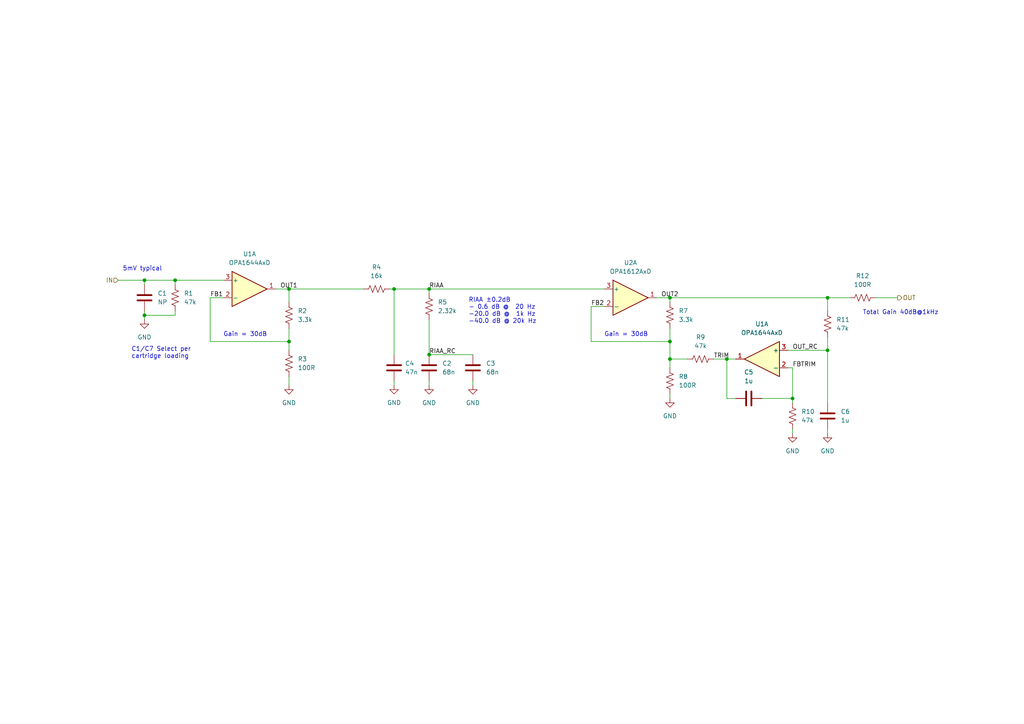
<source format=kicad_sch>
(kicad_sch (version 20211123) (generator eeschema)
  (paper "A4")
  (lib_symbols
    (symbol "Amplifier_Operational:OPA1612AxD" (pin_names (offset 0.127))
      (property "Reference" "U" (at 0 5.08 0))
      (property "Value" "OPA1612AxD" (at 0 -5.08 0))
      (symbol "OPA1612AxD_1_1"
        (polyline (pts (xy -5.08 5.08) (xy 5.08 0) (xy -5.08 -5.08) (xy -5.08 5.08)) (stroke (width 0.254)) (fill (type background)))
        (pin output line (at 7.62 0 180) (length 2.54) (name "~") (number "1"))
        (pin input line (at -7.62 -2.54 0) (length 2.54) (name "-") (number "2"))
        (pin input line (at -7.62 2.54 0) (length 2.54) (name "+") (number "3"))
      )
      (symbol "OPA1612AxD_2_1"
        (polyline (pts (xy -5.08 5.08) (xy 5.08 0) (xy -5.08 -5.08) (xy -5.08 5.08)) (stroke (width 0.254)) (fill (type background)))
        (pin input line (at -7.62 2.54 0) (length 2.54) (name "+") (number "5"))
        (pin input line (at -7.62 -2.54 0) (length 2.54) (name "-") (number "6"))
        (pin output line (at 7.62 0 180) (length 2.54) (name "~") (number "7"))
      )
      (symbol "OPA1612AxD_3_1"
        (pin power_in line (at -2.54 -7.62 90) (length 3.81) (name "V-") (number "4"))
        (pin power_in line (at -2.54 7.62 270) (length 3.81) (name "V+") (number "8"))
      )
    )
    (symbol "Device:C" (pin_numbers hide) (pin_names (offset 0.254))
      (property "Reference" "C" (at 0.635 2.54 0))
      (property "Value" "C" (at 0.635 -2.54 0))
      (symbol "C_0_1"
        (polyline (pts (xy -2.032 -0.762) (xy 2.032 -0.762)) (stroke (width 0.508)))
        (polyline (pts (xy -2.032 0.762) (xy 2.032 0.762)) (stroke (width 0.508)))
      )
      (symbol "C_1_1"
        (pin passive line (at 0 3.81 270) (length 2.794) (name "~") (number "1"))
        (pin passive line (at 0 -3.81 90) (length 2.794) (name "~") (number "2"))
      )
    )
    (symbol "Device:R_US" (pin_numbers hide) (pin_names (offset 0))
      (property "Reference" "R" (at 2.54 0 90))
      (property "Value" "R_US" (at -2.54 0 90))
      (symbol "R_US_0_1"
        (polyline (pts (xy 0 -2.286) (xy 0 -2.54)))
        (polyline (pts (xy 0 2.286) (xy 0 2.54)))
        (polyline (pts (xy 0 -0.762) (xy 1.016 -1.143) (xy 0 -1.524) (xy -1.016 -1.905) (xy 0 -2.286)))
        (polyline (pts (xy 0 0.762) (xy 1.016 0.381) (xy 0 0) (xy -1.016 -0.381) (xy 0 -0.762)))
        (polyline (pts (xy 0 2.286) (xy 1.016 1.905) (xy 0 1.524) (xy -1.016 1.143) (xy 0 0.762)))
      )
      (symbol "R_US_1_1"
        (pin passive line (at 0 3.81 270) (length 1.27) (name "~") (number "1"))
        (pin passive line (at 0 -3.81 90) (length 1.27) (name "~") (number "2"))
      )
    )
    (symbol "OPA_PHONO:OPA1644AxD" (pin_names (offset 0.127))
      (property "Reference" "U" (at 0 5.08 0))
      (property "Value" "OPA1644AxD" (at 0 -5.08 0))
      (symbol "OPA1644AxD_1_1"
        (polyline (pts (xy -5.08 5.08) (xy 5.08 0) (xy -5.08 -5.08) (xy -5.08 5.08)) (stroke (width 0.254)) (fill (type background)))
        (pin output line (at 7.62 0 180) (length 2.54) (name "~") (number "1"))
        (pin input line (at -7.62 -2.54 0) (length 2.54) (name "-") (number "2"))
        (pin input line (at -7.62 2.54 0) (length 2.54) (name "+") (number "3"))
      )
      (symbol "OPA1644AxD_2_1"
        (polyline (pts (xy -5.08 5.08) (xy 5.08 0) (xy -5.08 -5.08) (xy -5.08 5.08)) (stroke (width 0.254)) (fill (type background)))
        (pin input line (at -7.62 2.54 0) (length 2.54) (name "+") (number "5"))
        (pin input line (at -7.62 -2.54 0) (length 2.54) (name "-") (number "6"))
        (pin output line (at 7.62 0 180) (length 2.54) (name "~") (number "7"))
      )
      (symbol "OPA1644AxD_3_1"
        (polyline (pts (xy -5.08 5.08) (xy 5.08 0) (xy -5.08 -5.08) (xy -5.08 5.08)) (stroke (width 0.254)) (fill (type background)))
        (pin input line (at -7.62 2.54 0) (length 2.54) (name "+") (number "10"))
        (pin output line (at 7.62 0 180) (length 2.54) (name "~") (number "8"))
        (pin input line (at -7.62 -2.54 0) (length 2.54) (name "-") (number "9"))
      )
      (symbol "OPA1644AxD_4_1"
        (polyline (pts (xy -5.08 5.08) (xy 5.08 0) (xy -5.08 -5.08) (xy -5.08 5.08)) (stroke (width 0.254)) (fill (type background)))
        (pin input line (at -7.62 2.54 0) (length 2.54) (name "+") (number "12"))
        (pin input line (at -7.62 -2.54 0) (length 2.54) (name "-") (number "13"))
        (pin output line (at 7.62 0 180) (length 2.54) (name "~") (number "14"))
      )
      (symbol "OPA1644AxD_5_1"
        (pin power_in line (at -2.54 -7.62 90) (length 3.81) (name "V-") (number "11"))
        (pin power_in line (at -2.54 7.62 270) (length 3.81) (name "V+") (number "4"))
      )
    )
    (symbol "power:GND" (power) (pin_names (offset 0))
      (property "Value" "GND" (at 0 -3.81 0))
      (symbol "GND_0_1"
        (polyline (pts (xy 0 0) (xy 0 -1.27) (xy 1.27 -1.27) (xy 0 -2.54) (xy -1.27 -1.27) (xy 0 -1.27)))
      )
      (symbol "GND_1_1"
        (pin power_in line (at 0 0 270) (length 0) hide (name "GND") (number "1"))
      )
    )
  )
  (junction (at 124.46 102.87))
  (junction (at 50.8 81.28))
  (junction (at 114.3 83.82))
  (junction (at 41.91 81.28))
  (junction (at 240.03 86.36))
  (junction (at 194.31 99.06))
  (junction (at 41.91 91.44))
  (junction (at 229.87 115.57))
  (junction (at 83.82 99.06))
  (junction (at 83.82 83.82))
  (junction (at 210.82 104.14))
  (junction (at 194.31 104.14))
  (junction (at 194.31 86.36))
  (junction (at 124.46 83.82))
  (junction (at 240.03 101.6))
  (wire (pts (xy 240.03 97.79) (xy 240.03 101.6)))
  (wire (pts (xy 83.82 83.82) (xy 83.82 87.63)))
  (wire (pts (xy 64.77 81.28) (xy 50.8 81.28)))
  (wire (pts (xy 194.31 86.36) (xy 194.31 87.63)))
  (wire (pts (xy 41.91 91.44) (xy 41.91 92.71)))
  (wire (pts (xy 220.98 115.57) (xy 229.87 115.57)))
  (wire (pts (xy 50.8 81.28) (xy 50.8 82.55)))
  (wire (pts (xy 229.87 106.68) (xy 229.87 115.57)))
  (wire (pts (xy 137.16 110.49) (xy 137.16 111.76)))
  (wire (pts (xy 60.96 99.06) (xy 60.96 86.36)))
  (wire (pts (xy 171.45 88.9) (xy 175.26 88.9)))
  (wire (pts (xy 228.6 101.6) (xy 240.03 101.6)))
  (wire (pts (xy 41.91 81.28) (xy 41.91 82.55)))
  (wire (pts (xy 124.46 102.87) (xy 137.16 102.87)))
  (wire (pts (xy 229.87 125.73) (xy 229.87 124.46)))
  (wire (pts (xy 41.91 90.17) (xy 41.91 91.44)))
  (wire (pts (xy 83.82 99.06) (xy 83.82 95.25)))
  (wire (pts (xy 50.8 81.28) (xy 41.91 81.28)))
  (wire (pts (xy 80.01 83.82) (xy 83.82 83.82)))
  (wire (pts (xy 83.82 111.76) (xy 83.82 109.22)))
  (wire (pts (xy 194.31 106.68) (xy 194.31 104.14)))
  (wire (pts (xy 114.3 83.82) (xy 113.03 83.82)))
  (wire (pts (xy 34.29 81.28) (xy 41.91 81.28)))
  (wire (pts (xy 240.03 124.46) (xy 240.03 125.73)))
  (wire (pts (xy 194.31 104.14) (xy 194.31 99.06)))
  (wire (pts (xy 194.31 86.36) (xy 240.03 86.36)))
  (wire (pts (xy 83.82 101.6) (xy 83.82 99.06)))
  (wire (pts (xy 50.8 90.17) (xy 50.8 91.44)))
  (wire (pts (xy 171.45 88.9) (xy 171.45 99.06)))
  (wire (pts (xy 171.45 99.06) (xy 194.31 99.06)))
  (wire (pts (xy 210.82 104.14) (xy 213.36 104.14)))
  (wire (pts (xy 60.96 86.36) (xy 64.77 86.36)))
  (wire (pts (xy 194.31 115.57) (xy 194.31 114.3)))
  (wire (pts (xy 124.46 83.82) (xy 124.46 85.09)))
  (wire (pts (xy 124.46 92.71) (xy 124.46 102.87)))
  (wire (pts (xy 240.03 86.36) (xy 246.38 86.36)))
  (wire (pts (xy 254 86.36) (xy 260.35 86.36)))
  (wire (pts (xy 124.46 83.82) (xy 175.26 83.82)))
  (wire (pts (xy 190.5 86.36) (xy 194.31 86.36)))
  (wire (pts (xy 207.01 104.14) (xy 210.82 104.14)))
  (wire (pts (xy 229.87 115.57) (xy 229.87 116.84)))
  (wire (pts (xy 210.82 115.57) (xy 213.36 115.57)))
  (wire (pts (xy 229.87 106.68) (xy 228.6 106.68)))
  (wire (pts (xy 240.03 101.6) (xy 240.03 116.84)))
  (wire (pts (xy 41.91 91.44) (xy 50.8 91.44)))
  (wire (pts (xy 124.46 111.76) (xy 124.46 110.49)))
  (wire (pts (xy 124.46 83.82) (xy 114.3 83.82)))
  (wire (pts (xy 83.82 99.06) (xy 60.96 99.06)))
  (wire (pts (xy 83.82 83.82) (xy 105.41 83.82)))
  (wire (pts (xy 194.31 95.25) (xy 194.31 99.06)))
  (wire (pts (xy 114.3 110.49) (xy 114.3 111.7153)))
  (wire (pts (xy 210.82 115.57) (xy 210.82 104.14)))
  (wire (pts (xy 240.03 90.17) (xy 240.03 86.36)))
  (wire (pts (xy 194.31 104.14) (xy 199.39 104.14)))
  (wire (pts (xy 114.3 83.82) (xy 114.3 102.87)))
  (text "5mV typical" (at 35.56 78.74 0) (effects (font (size 1.27 1.27)) (justify left bottom)))
  (text "Total Gain 40dB@1kHz" (at 250.19 91.44 0) (effects (font (size 1.27 1.27)) (justify left bottom)))
  (text "C1/C7 Select per\ncartridge loading" (at 38.1 104.14 0) (effects (font (size 1.27 1.27)) (justify left bottom)))
  (text "Gain = 30dB" (at 64.77 97.79 0) (effects (font (size 1.27 1.27)) (justify left bottom)))
  (text "Gain = 30dB" (at 175.26 97.79 0) (effects (font (size 1.27 1.27)) (justify left bottom)))
  (text "RIAA ±0.2dB\n- 0.6 dB @  20 Hz \n-20.0 dB @  1k Hz\n-40.0 dB @ 20k Hz\n" (at 135.89 93.98 0) (effects (font (size 1.27 1.27)) (justify left bottom)))
  (label "FBTRIM" (at 229.87 106.68 0))
  (label "OUT2" (at 191.77 86.36 0))
  (label "FB2" (at 171.45 88.9 0))
  (label "RIAA_RC" (at 124.46 102.87 0))
  (label "OUT_RC" (at 229.87 101.6 0))
  (label "OUT1" (at 81.28 83.82 0))
  (label "TRIM" (at 207.01 104.14 0))
  (label "RIAA" (at 124.46 83.82 0))
  (label "FB1" (at 60.96 86.36 0))
  (hierarchical_label "OUT" (shape output) (at 260.35 86.36 0))
  (hierarchical_label "IN" (shape input) (at 34.29 81.28 180))
  (symbol (lib_id "OPA_PHONO:OPA1644AxD") (at 220.98 104.14 0) (mirror y)
    (property "Reference" "U1" (at 220.98 93.98 0))
    (property "Value" "OPA1644AxD" (at 220.98 96.52 0))
    (property "Footprint" "Package_SO:SOIC-14_3.9x8.7mm_P1.27mm" (effects hide))
    (property "Datasheet" "https://www.ti.com/lit/ds/symlink/opa1642.pdf" (effects hide))
    (property "Description" "IC AUDIO 4 CIRCUIT 14SOIC" (effects hide))
    (property "MPN" "OPA1644AID" (effects hide))
    (property "Manufacturer" "Texas Instruments" (effects hide))
  )
  (symbol (lib_id "power:GND") (at 240.03 125.73 0)
    (property "Reference" "#PWR020" (effects hide))
    (property "Value" "GND" (at 240.03 130.81 0))
  )
  (symbol (lib_id "power:GND") (at 194.31 115.57 0)
    (property "Reference" "#PWR018" (effects hide))
    (property "Value" "GND" (at 194.31 120.65 0))
  )
  (symbol (lib_id "Amplifier_Operational:OPA1612AxD") (at 182.88 86.36 0)
    (property "Reference" "U2" (at 182.88 76.2 0))
    (property "Value" "OPA1612AxD" (at 182.88 78.74 0))
    (property "Footprint" "Package_SO:SOIC-8_3.9x4.9mm_P1.27mm" (effects hide))
    (property "Datasheet" "http://www.ti.com/lit/ds/symlink/opa1612.pdf" (effects hide))
    (property "Description" "IC AUDIO 2 CIRCUIT 8SOIC" (effects hide))
    (property "MPN" "OPA1612AID" (effects hide))
    (property "Manufacturer" "Texas Instruments" (effects hide))
  )
  (symbol (lib_id "Device:C") (at 240.03 120.65 0)
    (property "Reference" "C6" (at 243.84 119.3799 0) (effects (justify left)))
    (property "Value" "1u" (at 243.84 121.9199 0) (effects (justify left)))
    (property "Footprint" "Capacitor_SMD:C_0402_1005Metric" (effects hide))
    (property "Description" "CAP CER 1UF 25V X5R 0402" (effects hide))
    (property "MPN" "GRM155R61E105KA12D" (effects hide))
    (property "Manufacturer" "Murata Electronics" (effects hide))
    (property "Rating" "25V" (effects hide))
    (property "Size" "0402" (effects hide))
    (property "Tolerance" "X5R" (effects hide))
  )
  (symbol (lib_id "Device:R_US") (at 124.46 88.9 180)
    (property "Reference" "R5" (at 127 87.6299 0) (effects (justify right)))
    (property "Value" "2.32k" (at 127 90.1699 0) (effects (justify right)))
    (property "Footprint" "Resistor_SMD:R_0402_1005Metric" (effects hide))
    (property "Description" "RES SMD 2.32KOHM 0.1% 1/16W 0402" (effects hide))
    (property "MPN" "RT0402BRD072K32L" (effects hide))
    (property "Manufacturer" "YAGEO" (effects hide))
    (property "Size" "0402" (effects hide))
    (property "Tolerance" "1%" (effects hide))
  )
  (symbol (lib_id "Device:R_US") (at 50.8 86.36 180)
    (property "Reference" "R1" (at 53.34 85.0899 0) (effects (justify right)))
    (property "Value" "47k" (at 53.34 87.6299 0) (effects (justify right)))
    (property "Footprint" "Resistor_SMD:R_0402_1005Metric" (effects hide))
    (property "Description" "RES SMD 47K OHM 0.5% 1/16W 0402" (effects hide))
    (property "MPN" "RT0402DRE0747KL" (effects hide))
    (property "Manufacturer" "YAGEO" (effects hide))
    (property "Size" "0402" (effects hide))
    (property "Tolerance" "0.5%" (effects hide))
  )
  (symbol (lib_id "Device:R_US") (at 83.82 105.41 180)
    (property "Reference" "R3" (at 86.36 104.1399 0) (effects (justify right)))
    (property "Value" "100R" (at 86.36 106.6799 0) (effects (justify right)))
    (property "Footprint" "Resistor_SMD:R_0402_1005Metric" (effects hide))
    (property "Description" "RES SMD 100 OHM 0.5% 1/16W 0402" (effects hide))
    (property "MPN" "RT0402DRE07100RL" (effects hide))
    (property "Manufacturer" "YAGEO" (effects hide))
    (property "Size" "0402" (effects hide))
    (property "Tolerance" "0.5%" (effects hide))
  )
  (symbol (lib_id "Device:C") (at 124.46 106.68 0)
    (property "Reference" "C2" (at 128.27 105.4099 0) (effects (justify left)))
    (property "Value" "68n" (at 128.27 107.9499 0) (effects (justify left)))
    (property "Footprint" "Capacitor_SMD:C_1210_3225Metric" (effects hide))
    (property "Description" "CAP FILM 0.068UF 2% 16VDC 1210" (effects hide))
    (property "MPN" "ECH-U1C683GX5" (effects hide))
    (property "Manufacturer" "Panasonic Electronic Components" (effects hide))
    (property "Rating" "16V" (effects hide))
    (property "Size" "1210" (effects hide))
    (property "Tolerance" "2%" (effects hide))
  )
  (symbol (lib_id "power:GND") (at 229.87 125.73 0)
    (property "Reference" "#PWR019" (effects hide))
    (property "Value" "GND" (at 229.87 130.81 0))
  )
  (symbol (lib_id "Device:C") (at 114.3 106.68 0)
    (property "Reference" "C4" (at 117.475 105.4099 0) (effects (justify left)))
    (property "Value" "47n" (at 117.475 107.9499 0) (effects (justify left)))
    (property "Footprint" "Capacitor_SMD:C_1206_3216Metric" (effects hide))
    (property "Description" "CAP FILM 0.047UF 2% 16VDC 1206" (effects hide))
    (property "MPN" "ECH-U1C473GX5" (effects hide))
    (property "Manufacturer" "Panasonic Electronic Components" (effects hide))
    (property "Rating" "16V" (effects hide))
    (property "Size" "1206" (effects hide))
    (property "Tolerance" "2%" (effects hide))
  )
  (symbol (lib_id "Device:R_US") (at 194.31 91.44 0)
    (property "Reference" "R7" (at 196.85 90.1699 0) (effects (justify left)))
    (property "Value" "3.3k" (at 196.85 92.7099 0) (effects (justify left)))
    (property "Footprint" "Resistor_SMD:R_0402_1005Metric" (effects hide))
    (property "Description" "RES SMD 3.3K OHM 1% 1/16W 0402" (effects hide))
    (property "MPN" "RT0402FRE073K3L" (effects hide))
    (property "Manufacturer" "YAGEO" (effects hide))
    (property "Size" "0402" (effects hide))
    (property "Tolerance" "1%" (effects hide))
  )
  (symbol (lib_id "power:GND") (at 83.82 111.76 0)
    (property "Reference" "#PWR014" (effects hide))
    (property "Value" "GND" (at 83.82 116.84 0))
  )
  (symbol (lib_id "power:GND") (at 41.91 92.71 0)
    (property "Reference" "#PWR013" (effects hide))
    (property "Value" "GND" (at 41.91 97.79 0))
  )
  (symbol (lib_id "Device:R_US") (at 203.2 104.14 270)
    (property "Reference" "R9" (at 203.2 97.79 90))
    (property "Value" "47k" (at 203.2 100.33 90))
    (property "Footprint" "Resistor_SMD:R_0402_1005Metric" (effects hide))
    (property "Datasheet" "RC0402FR-07120KL" (effects hide))
    (property "Description" "RES SMD 47K OHM 0.5% 1/16W 0402" (effects hide))
    (property "MPN" "RT0402DRE0747KL" (effects hide))
    (property "Manufacturer" "YAGEO" (effects hide))
    (property "Size" "0402" (effects hide))
    (property "Tolerance" "0.5%" (effects hide))
  )
  (symbol (lib_id "Device:C") (at 41.91 86.36 0) (in_bom no)
    (property "Reference" "C1" (at 45.72 85.0899 0) (effects (justify left)))
    (property "Value" "NP" (at 45.72 87.6299 0) (effects (justify left)))
    (property "Footprint" "Capacitor_SMD:C_0402_1005Metric" (effects hide))
    (property "Size" "0402" (effects hide))
  )
  (symbol (lib_id "Device:C") (at 217.17 115.57 90)
    (property "Reference" "C5" (at 217.17 107.95 90))
    (property "Value" "1u" (at 217.17 110.49 90))
    (property "Footprint" "Capacitor_SMD:C_0402_1005Metric" (effects hide))
    (property "Description" "CAP CER 1UF 25V X5R 0402" (effects hide))
    (property "MPN" "GRM155R61E105KA12D" (effects hide))
    (property "Manufacturer" "Murata Electronics" (effects hide))
    (property "Rating" "25V" (effects hide))
    (property "Size" "0402" (effects hide))
    (property "Tolerance" "X5R" (effects hide))
  )
  (symbol (lib_id "power:GND") (at 137.16 111.76 0)
    (property "Reference" "#PWR016" (effects hide))
    (property "Value" "GND" (at 137.16 116.84 0))
  )
  (symbol (lib_id "OPA_PHONO:OPA1644AxD") (at 72.39 83.82 0)
    (property "Reference" "U1" (at 72.39 73.66 0))
    (property "Value" "OPA1644AxD" (at 72.39 76.2 0))
    (property "Footprint" "Package_SO:SOIC-14_3.9x8.7mm_P1.27mm" (effects hide))
    (property "Datasheet" "https://www.ti.com/lit/ds/symlink/opa1642.pdf" (effects hide))
    (property "Description" "IC AUDIO 4 CIRCUIT 14SOIC" (effects hide))
    (property "MPN" "OPA1644AID" (effects hide))
    (property "Manufacturer" "Texas Instruments" (effects hide))
  )
  (symbol (lib_id "Device:R_US") (at 229.87 120.65 180)
    (property "Reference" "R10" (at 232.41 119.3799 0) (effects (justify right)))
    (property "Value" "47k" (at 232.41 121.9199 0) (effects (justify right)))
    (property "Footprint" "Resistor_SMD:R_0402_1005Metric" (effects hide))
    (property "Datasheet" "RC0402FR-07120KL" (effects hide))
    (property "Description" "RES SMD 47K OHM 0.5% 1/16W 0402" (effects hide))
    (property "MPN" "RT0402DRE0747KL" (effects hide))
    (property "Manufacturer" "YAGEO" (effects hide))
    (property "Size" "0402" (effects hide))
    (property "Tolerance" "0.5%" (effects hide))
  )
  (symbol (lib_id "Device:R_US") (at 240.03 93.98 0)
    (property "Reference" "R11" (at 242.57 92.7099 0) (effects (justify left)))
    (property "Value" "47k" (at 242.57 95.2499 0) (effects (justify left)))
    (property "Footprint" "Resistor_SMD:R_0402_1005Metric" (effects hide))
    (property "Datasheet" "RC0402FR-07120KL" (effects hide))
    (property "Description" "RES SMD 47K OHM 0.5% 1/16W 0402" (effects hide))
    (property "MPN" "RT0402DRE0747KL" (effects hide))
    (property "Manufacturer" "YAGEO" (effects hide))
    (property "Size" "0402" (effects hide))
    (property "Tolerance" "0.5%" (effects hide))
  )
  (symbol (lib_id "Device:R_US") (at 83.82 91.44 0)
    (property "Reference" "R2" (at 86.36 90.1699 0) (effects (justify left)))
    (property "Value" "3.3k" (at 86.36 92.7099 0) (effects (justify left)))
    (property "Footprint" "Resistor_SMD:R_0402_1005Metric" (effects hide))
    (property "Description" "RES SMD 3.3K OHM 1% 1/16W 0402" (effects hide))
    (property "MPN" "RT0402FRE073K3L" (effects hide))
    (property "Manufacturer" "YAGEO" (effects hide))
    (property "Size" "0402" (effects hide))
    (property "Tolerance" "1%" (effects hide))
  )
  (symbol (lib_id "Device:R_US") (at 194.31 110.49 180)
    (property "Reference" "R8" (at 196.85 109.2199 0) (effects (justify right)))
    (property "Value" "100R" (at 196.85 111.7599 0) (effects (justify right)))
    (property "Footprint" "Resistor_SMD:R_0402_1005Metric" (effects hide))
    (property "Description" "RES SMD 100 OHM 0.5% 1/16W 0402" (effects hide))
    (property "MPN" "RT0402DRE07100RL" (effects hide))
    (property "Manufacturer" "YAGEO" (effects hide))
    (property "Size" "0402" (effects hide))
    (property "Tolerance" "0.5%" (effects hide))
  )
  (symbol (lib_id "power:GND") (at 124.46 111.76 0)
    (property "Reference" "#PWR015" (effects hide))
    (property "Value" "GND" (at 124.46 116.84 0))
  )
  (symbol (lib_id "Device:R_US") (at 109.22 83.82 270)
    (property "Reference" "R4" (at 109.22 77.47 90))
    (property "Value" "16k" (at 109.22 80.01 90))
    (property "Footprint" "Resistor_SMD:R_0402_1005Metric" (effects hide))
    (property "Description" "RES SMD 16K OHM 1% 1/16W 0402" (effects hide))
    (property "MPN" "RT0402FRE0716KL" (effects hide))
    (property "Manufacturer" "YAGEO" (effects hide))
    (property "Size" "0402" (effects hide))
    (property "Tolerance" "1%" (effects hide))
  )
  (symbol (lib_id "Device:C") (at 137.16 106.68 0)
    (property "Reference" "C3" (at 140.97 105.4099 0) (effects (justify left)))
    (property "Value" "68n" (at 140.97 107.9499 0) (effects (justify left)))
    (property "Footprint" "Capacitor_SMD:C_1210_3225Metric" (effects hide))
    (property "Description" "CAP FILM 0.068UF 2% 16VDC 1210" (effects hide))
    (property "MPN" "ECH-U1C683GX5" (effects hide))
    (property "Manufacturer" "Panasonic Electronic Components" (effects hide))
    (property "Rating" "16V" (effects hide))
    (property "Size" "1210" (effects hide))
    (property "Tolerance" "2%" (effects hide))
  )
  (symbol (lib_id "power:GND") (at 114.3 111.7153 0)
    (property "Reference" "#PWR017" (effects hide))
    (property "Value" "GND" (at 114.3 116.7953 0))
  )
  (symbol (lib_id "Device:R_US") (at 250.19 86.36 90)
    (property "Reference" "R12" (at 250.19 80.01 90))
    (property "Value" "100R" (at 250.19 82.55 90))
    (property "Footprint" "Resistor_SMD:R_0402_1005Metric" (effects hide))
    (property "Description" "RES SMD 100 OHM 0.5% 1/16W 0402" (effects hide))
    (property "MPN" "RT0402DRE07100RL" (effects hide))
    (property "Manufacturer" "YAGEO" (effects hide))
    (property "Size" "0402" (effects hide))
    (property "Tolerance" "0.5%" (effects hide))
  )
)
</source>
